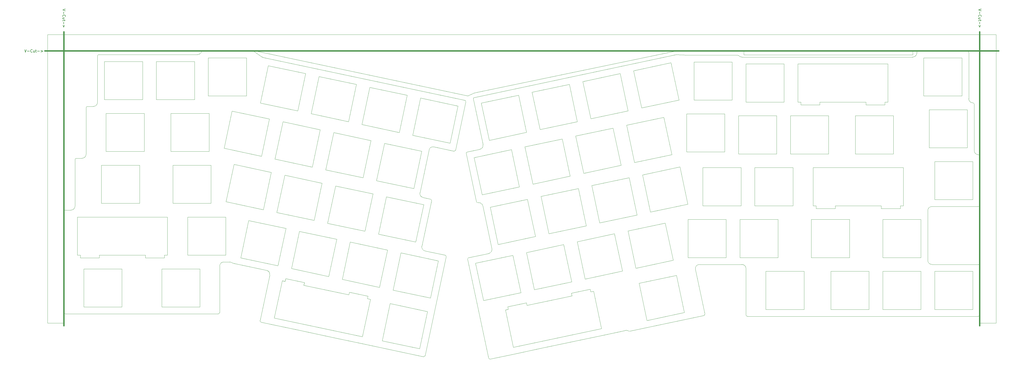
<source format=gbr>
%TF.GenerationSoftware,KiCad,Pcbnew,(6.0.9)*%
%TF.CreationDate,2023-01-07T05:20:20+09:00*%
%TF.ProjectId,Skeleton68rev2_SwitchPlate,536b656c-6574-46f6-9e36-38726576325f,rev?*%
%TF.SameCoordinates,Original*%
%TF.FileFunction,Profile,NP*%
%FSLAX46Y46*%
G04 Gerber Fmt 4.6, Leading zero omitted, Abs format (unit mm)*
G04 Created by KiCad (PCBNEW (6.0.9)) date 2023-01-07 05:20:20*
%MOMM*%
%LPD*%
G01*
G04 APERTURE LIST*
%TA.AperFunction,Profile*%
%ADD10C,0.100000*%
%TD*%
%TA.AperFunction,Profile*%
%ADD11C,0.500000*%
%TD*%
%ADD12C,0.150000*%
G04 APERTURE END LIST*
D10*
X-218934446Y74820308D02*
X-216524446Y75896737D01*
X-142495542Y89964890D02*
X-216480057Y74238996D01*
X-53674446Y91306737D02*
X-55674446Y91306737D01*
X-117674446Y89906737D02*
X-117674446Y91306737D01*
X-55674447Y89906737D02*
X-117674446Y89906737D01*
X-55674446Y91306737D02*
X-55674447Y89906737D01*
X-297752680Y91306737D02*
X-296752680Y91306737D01*
X-216524446Y75896737D02*
X-142533566Y91310308D01*
X-296752680Y91306737D02*
X-218923566Y74820308D01*
D11*
X-367069948Y-9681028D02*
X-367069948Y98318972D01*
D10*
X-180701603Y1360178D02*
X-180909515Y2338325D01*
X-255522212Y1257302D02*
X-255730123Y279154D01*
X-286758286Y65300883D02*
X-273064904Y62390265D01*
X-329113698Y30317255D02*
X-329113698Y16317255D01*
X-50165748Y14379717D02*
G75*
G03*
X-48665748Y12879717I1500001J1D01*
G01*
X-25115748Y-8681028D02*
X-25115748Y97306737D01*
X-119598162Y67504447D02*
X-105598862Y67504447D01*
X-329113698Y16317255D02*
X-330200698Y16317255D01*
X-95553598Y10354447D02*
X-95553598Y-3645013D01*
X-138127898Y15404987D02*
X-138127898Y29404447D01*
X-286060576Y45676992D02*
X-272367194Y42766374D01*
X-180829318Y6496127D02*
X-194522700Y3585509D01*
X-91117308Y34454717D02*
X-92204308Y34454717D01*
X-60241308Y33454717D02*
X-67241308Y33454717D01*
X-192366498Y-18013451D02*
X-178672446Y-15102690D01*
X-139477259Y-4799137D02*
X-153170641Y-7709756D01*
X-285931409Y6698636D02*
X-285723497Y7676783D01*
X-305391998Y69261601D02*
X-291698616Y66350982D01*
X-294302122Y89074322D02*
G75*
G03*
X-293773023Y88849186I840575J1241168D01*
G01*
X-241153619Y75082900D02*
X-244064270Y61389362D01*
X-49649096Y69731467D02*
X-35649796Y69731467D01*
X-305328226Y13458541D02*
G75*
G03*
X-306271505Y13792255I-943264J-1166241D01*
G01*
X-132312707Y-5857950D02*
G75*
G03*
X-131927589Y-5264921I-103954J489072D01*
G01*
X-319174685Y73467525D02*
X-333173985Y73467525D01*
X-175888988Y7546227D02*
X-178799639Y21239765D01*
X-210710925Y33932400D02*
X-197017543Y36843018D01*
X-169880560Y-10652507D02*
X-202208338Y-17523988D01*
X-327822497Y68416985D02*
X-313823197Y68416985D01*
X-85740398Y10354447D02*
X-71741098Y10354447D01*
X-121948916Y87295038D02*
X-121948916Y73295578D01*
X-154809789Y45814553D02*
X-141116408Y48725171D01*
X-354749335Y78642255D02*
X-354749335Y84642255D01*
X-66690398Y29404447D02*
X-52691098Y29404447D01*
X-238708132Y40775291D02*
X-252401514Y43685909D01*
X-257757652Y64299980D02*
X-254847000Y77993518D01*
X-105078598Y29404447D02*
X-105078598Y15404987D01*
X-184260234Y59030256D02*
X-181349582Y45336718D01*
X-219628663Y72578145D02*
G75*
G03*
X-220013782Y73171175I-488889J104076D01*
G01*
X-337200698Y16317255D02*
X-354076698Y16317255D01*
X-153170641Y-7709756D02*
X-156081292Y5983783D01*
X-318028182Y89992255D02*
G75*
G03*
X-316619047Y90978117I18J1499974D01*
G01*
X-118685908Y34454987D02*
X-132685208Y34454987D01*
X-178672375Y-15103024D02*
X-169355488Y-13122812D01*
X-354249335Y89992255D02*
G75*
G03*
X-354749335Y89492255I-26J-499974D01*
G01*
X-144082159Y53258154D02*
X-157775540Y50347536D01*
X-204055855Y-3603922D02*
X-204263767Y-2625774D01*
X-345782798Y11266985D02*
X-345782798Y-2732475D01*
X-109552898Y-3645013D02*
X-109552898Y10354447D01*
X-300124685Y88781467D02*
X-300124685Y74782007D01*
X-356249335Y70942255D02*
X-358422847Y70942255D01*
X-52691098Y-3645013D02*
X-66690398Y-3645013D01*
X-138205756Y35031633D02*
X-151899138Y32121015D01*
X-176706509Y80111439D02*
X-163013127Y83022057D01*
X-288971227Y31983453D02*
X-286060576Y45676992D01*
X-165106258Y24150383D02*
X-162195606Y10456845D01*
X-354749335Y89492255D02*
X-354749335Y84642255D01*
X-71741098Y-3645013D02*
X-85740398Y-3645013D01*
X-35649796Y69731467D02*
X-35649796Y55732007D01*
X-271035225Y47646627D02*
X-268124574Y61340165D01*
X-244064270Y61389362D02*
X-257757652Y64299980D01*
X-64798573Y89079715D02*
X-74323573Y89079864D01*
X-33124446Y54706737D02*
X-33124446Y71756737D01*
X-337635697Y68416985D02*
X-337635697Y54417525D01*
X-351634997Y68416985D02*
X-337635697Y68416985D01*
X-351634997Y54417525D02*
X-351634997Y68416985D01*
X-235099770Y34844938D02*
X-238010422Y21151400D01*
X-313823197Y54417525D02*
X-327822497Y54417525D01*
X-223381471Y54922581D02*
X-219628664Y72578145D01*
X-192429569Y62457183D02*
X-195340221Y76150721D01*
X-55674446Y89079717D02*
G75*
G03*
X-54174446Y90579717I-1J1500001D01*
G01*
X-197369899Y61407083D02*
X-211063281Y58496465D01*
X-64798566Y72554717D02*
X-65885566Y72554717D01*
X-194106892Y23149480D02*
X-207800273Y20238862D01*
X-219478569Y53614884D02*
X-215725763Y35959320D01*
X-31615748Y12879717D02*
X-48665748Y12879717D01*
X-105598862Y67504447D02*
X-105598862Y53504987D01*
X-62736362Y67504447D02*
X-62736362Y53504987D01*
X-178736187Y65367801D02*
X-192429569Y62457183D01*
X-138503374Y89821494D02*
X-142371706Y89975421D01*
X-258102727Y-16111214D02*
X-258102625Y-16110733D01*
X-138127898Y29404447D02*
X-124128598Y29404447D01*
X-97848566Y86554717D02*
X-64798566Y86554717D01*
X-89761566Y71554717D02*
X-96761566Y71554717D01*
X-92204308Y34454717D02*
X-92204308Y48454717D01*
X-201683354Y-19993808D02*
X-192366467Y-18013595D01*
X-293911557Y33033553D02*
X-307604939Y35944171D01*
X-358422847Y70942255D02*
G75*
G03*
X-358922847Y70442255I1J-500001D01*
G01*
X-35124446Y90806737D02*
X-35124446Y83456737D01*
X-62736362Y53504987D02*
X-76735662Y53504987D01*
X-364487637Y32842255D02*
G75*
G03*
X-362987637Y34342255I-1J1500001D01*
G01*
X-291580582Y8947304D02*
X-295125477Y-7730113D01*
X-283615089Y11369383D02*
X-280704437Y25062921D01*
X-102898916Y86554447D02*
X-102898916Y72554987D01*
X-33641098Y-3645013D02*
X-47640398Y-3645013D01*
X-116840748Y11379717D02*
G75*
G03*
X-118340748Y12879717I-1500001J-1D01*
G01*
X-268124574Y61340165D02*
X-254431192Y58429547D01*
X-257341844Y44736009D02*
X-271035225Y47646627D01*
X-236451132Y39247376D02*
G75*
G03*
X-235295779Y37468287I1467309J-311811D01*
G01*
X-119077898Y15404987D02*
X-119077898Y29404447D01*
X-254666877Y53154D02*
X-257577641Y-13640912D01*
X-331207098Y-2732475D02*
X-331207098Y11266985D01*
X-307604939Y35944171D02*
X-304694287Y49637709D01*
X-285723497Y7676783D02*
X-278876464Y6221402D01*
X-176409252Y46386818D02*
X-179319903Y60080356D01*
X-354749335Y78642255D02*
X-354749335Y72442255D01*
X-118685908Y48454447D02*
X-118685908Y34454987D01*
X-275975555Y48696727D02*
X-289668937Y51607345D01*
X-33124446Y54706737D02*
G75*
G03*
X-31624446Y53206737I1500001J1D01*
G01*
X-100548162Y67504447D02*
X-86548862Y67504447D01*
X-317207798Y11266985D02*
X-317207798Y-2732475D01*
X-124648862Y68245038D02*
X-124648862Y54245578D01*
X-178383831Y40803736D02*
X-175473180Y27110198D01*
X-138443734Y89820308D02*
X-138503374Y89821494D01*
X-183739970Y20189665D02*
X-180829318Y6496127D01*
X-308419948Y13792255D02*
G75*
G03*
X-309919948Y12292255I36J-1500036D01*
G01*
X-327124787Y49366985D02*
X-313125487Y49366985D01*
X-51649096Y74782007D02*
X-51649096Y88781467D01*
X-313823197Y68416985D02*
X-313823197Y54417525D01*
X-54174446Y90806737D02*
X-54174446Y90579717D01*
X-352223985Y87466985D02*
X-338224685Y87466985D01*
X-235797480Y54468829D02*
X-238708132Y40775291D01*
X-362163683Y30317255D02*
X-329113698Y30317255D01*
X-232208529Y36300901D02*
G75*
G03*
X-232593646Y36893931I-489064J103962D01*
G01*
X-33649796Y36682007D02*
X-47649096Y36682007D01*
X-352223985Y73467525D02*
X-352223985Y87466985D01*
X-254431192Y58429547D02*
X-257341844Y44736009D01*
X-33124446Y71756737D02*
G75*
G03*
X-33624446Y72256737I-500001J-1D01*
G01*
X-267419481Y-14130374D02*
X-267419552Y-14130708D01*
X-138648162Y68245038D02*
X-124648862Y68245038D01*
X-170532850Y28160297D02*
X-173443501Y41853836D01*
X-219093451Y54207913D02*
G75*
G03*
X-219478569Y53614884I103956J-489074D01*
G01*
X-31624446Y34156737D02*
G75*
G03*
X-31124446Y34656737I2J499998D01*
G01*
X-293773023Y88849186D02*
X-220013782Y73171175D01*
X-367069948Y-8681028D02*
X-373069948Y-8681028D01*
X-225430558Y57428644D02*
X-239123940Y60339262D01*
X-66690398Y15404987D02*
X-66690398Y29404447D01*
X-204263767Y-2625774D02*
X-197416734Y-1170392D01*
X-135948216Y87295038D02*
X-121948916Y87295038D01*
X-337200698Y15317255D02*
X-337200698Y16317255D01*
X-102898916Y72554987D02*
X-116898216Y72554987D01*
X-132685208Y34454987D02*
X-132685208Y48454447D01*
X-216587327Y52158921D02*
X-202893945Y55069539D01*
X-160165928Y25200483D02*
X-146472546Y28111101D01*
X-197433351Y17279047D02*
X-183739970Y20189665D01*
X-234565913Y-20602445D02*
X-226852390Y15686831D01*
X-270337515Y28022736D02*
X-267426864Y41716274D01*
X-67241308Y33454717D02*
X-67241308Y34454717D01*
X-194522700Y3585509D02*
X-197433351Y17279047D01*
X-222519907Y71122182D02*
X-225430558Y57428644D01*
X-173795857Y66417900D02*
X-176706509Y80111439D01*
X-116340748Y-6170283D02*
X-31615748Y-6170283D01*
X-33649796Y50681467D02*
X-33649796Y36682007D01*
X-89761566Y72554717D02*
X-89761566Y71554717D01*
X-218573187Y15367321D02*
G75*
G03*
X-218958305Y14774293I103954J-489072D01*
G01*
X-197017543Y36843018D02*
X-194106892Y23149480D01*
X-317207798Y-2732475D02*
X-331207098Y-2732475D01*
X-189166562Y24199580D02*
X-192077213Y37893118D01*
X-227237508Y16279860D02*
X-234598068Y17844396D01*
X-262577157Y1734536D02*
X-262369245Y2712684D01*
X-361076698Y16317255D02*
X-362163683Y16317255D01*
X-116840748Y11379717D02*
X-116840748Y-5670283D01*
X-197208822Y-2148540D02*
X-180701603Y1360178D01*
X-361076698Y15317255D02*
X-361076698Y16317255D01*
X-262697982Y65350079D02*
X-276391364Y68260698D01*
X-238010422Y21151400D02*
X-251703803Y24062018D01*
X-367069948Y-4757745D02*
X-367069948Y-8681028D01*
X-35649796Y55732007D02*
X-49649096Y55732007D01*
X-169355590Y-13122331D02*
X-161068960Y-11360953D01*
X-273480712Y81954236D02*
X-259787330Y79043618D01*
X-86548862Y67504447D02*
X-86548862Y53504987D01*
X-305328226Y13458541D02*
G75*
G03*
X-305117755Y13358230I314599J389129D01*
G01*
X-156839468Y31070915D02*
X-170532850Y28160297D01*
X-113635208Y34454987D02*
X-113635208Y48454447D01*
X-362487637Y51892255D02*
G75*
G03*
X-362987637Y51392255I1J-500001D01*
G01*
X-213973932Y72190003D02*
X-200280551Y75100621D01*
X-179319903Y60080356D02*
X-165626522Y62990974D01*
X-97848558Y89079717D02*
X-118369896Y89079717D01*
X-339319237Y35367525D02*
X-353318537Y35367525D01*
X-239123940Y60339262D02*
X-236213289Y74032800D01*
X-78884848Y29404447D02*
X-78884848Y15404987D01*
X-52691098Y29404447D02*
X-52691098Y15404987D01*
X-78884848Y15404987D02*
X-92884148Y15404987D01*
X-294609267Y52657444D02*
X-308302649Y55568062D01*
X-254847000Y77993518D02*
X-241153619Y75082900D01*
X-205119102Y-3829922D02*
X-204055855Y-3603922D01*
X-146992810Y66951692D02*
X-144082159Y53258154D01*
X-159551802Y-11647799D02*
X-132312707Y-5857951D01*
X-251287995Y4498047D02*
X-264981377Y7408665D01*
X-354076698Y16317255D02*
X-354076698Y15317255D01*
X-121948916Y73295578D02*
X-135948216Y73295578D01*
X-216067063Y13318329D02*
X-202373681Y16228948D01*
X-157255276Y11506944D02*
X-160165928Y25200483D01*
X-200280551Y75100621D02*
X-197369899Y61407083D01*
X-65885566Y72554717D02*
X-65885566Y71554717D01*
X-278421042Y83004335D02*
X-281331694Y69310797D01*
X-302248801Y15330101D02*
X-299338149Y29023639D01*
X-31115748Y12379717D02*
X-31124446Y34656737D01*
X-173854570Y2815560D02*
X-172791324Y3041560D01*
X-48665748Y34156737D02*
X-31624446Y34156737D01*
X-96761566Y71554717D02*
X-96761566Y72554717D01*
X-248793152Y37755556D02*
X-235099770Y34844938D01*
X-233704350Y-4402844D02*
X-236615001Y-18096383D01*
X-338224685Y87466985D02*
X-338224685Y73467525D01*
X-59154308Y48454717D02*
X-59154308Y34454717D01*
X-119535148Y89635160D02*
G75*
G03*
X-119923566Y89820308I-388418J-314852D01*
G01*
X-197953615Y56119638D02*
X-184260234Y59030256D01*
X-35624446Y91306737D02*
X-31124446Y91306737D01*
X-308419948Y13792255D02*
X-306271505Y13792255D01*
X-181646839Y79061339D02*
X-178736187Y65367801D01*
X-142371706Y89975421D02*
G75*
G03*
X-142495542Y89964890I-19877J-499629D01*
G01*
X-35124446Y73756737D02*
X-35124446Y83456737D01*
X-295125477Y-7730113D02*
G75*
G03*
X-294740359Y-8323142I489053J-103969D01*
G01*
X-229743632Y14230867D02*
X-232654283Y537329D01*
X-124648862Y54245578D02*
X-138648162Y54245578D01*
X-160102476Y69328518D02*
X-173795857Y66417900D01*
X-289905419Y-6769431D02*
X-286994655Y6924636D01*
X-33641098Y10354447D02*
X-33641098Y-3645013D01*
X-35124446Y90806737D02*
G75*
G03*
X-35624446Y91306737I-500001J-1D01*
G01*
X-138648162Y54245578D02*
X-138648162Y68245038D01*
X-199463030Y2535409D02*
X-213156412Y-375209D01*
X-291698616Y66350982D02*
X-294609267Y52657444D01*
X-195340221Y76150721D02*
X-181646839Y79061339D01*
X-85740398Y-3645013D02*
X-85740398Y10354447D01*
X-158072797Y84072156D02*
X-144379415Y86982774D01*
X-202208338Y-17523988D02*
X-205119102Y-3829922D01*
X-119077898Y29404447D02*
X-105078598Y29404447D01*
X-88323558Y89079717D02*
X-88323558Y89080058D01*
X-133932005Y12879717D02*
G75*
G03*
X-135399226Y11067849I0J-1500000D01*
G01*
X-314123985Y74782007D02*
X-314123985Y88781467D01*
X-47640398Y10354447D02*
X-33641098Y10354447D01*
X-215725763Y35959320D02*
G75*
G03*
X-215142909Y35572149I489073J103954D01*
G01*
X-295025075Y72221415D02*
X-292114424Y85914954D01*
X-159931091Y-11576088D02*
G75*
G03*
X-161068960Y-11360953I-826003J-1252092D01*
G01*
X-207800273Y20238862D02*
X-210710925Y33932400D01*
X-47640398Y-3645013D02*
X-47640398Y10354447D01*
X-131927589Y-5264921D02*
X-135399226Y11067849D01*
X-353318537Y35367525D02*
X-353318537Y49366985D01*
X-92884148Y29404447D02*
X-78884848Y29404447D01*
X-211212627Y16931858D02*
X-218573187Y15367322D01*
X-31115748Y12379717D02*
G75*
G03*
X-31615748Y12879717I-500001J-1D01*
G01*
X-345782798Y-2732475D02*
X-359782098Y-2732475D01*
X-180909515Y2338325D02*
X-174062482Y3793707D01*
X-308302649Y55568062D02*
X-305391998Y69261601D01*
X-175473180Y27110198D02*
X-189166562Y24199580D01*
X-285644767Y26113021D02*
X-288555419Y12419482D01*
X-31124446Y52706737D02*
G75*
G03*
X-31624446Y53206737I-500001J-1D01*
G01*
X-64798566Y86554717D02*
X-64798566Y72554717D01*
X-95553598Y-3645013D02*
X-109552898Y-3645013D01*
X-353318537Y49366985D02*
X-339319237Y49366985D01*
X-31124446Y52706737D02*
X-31124446Y91306737D01*
X-162195606Y10456845D02*
X-175888988Y7546227D01*
X-272367194Y42766374D02*
X-275277845Y29072835D01*
X-31615748Y-6170283D02*
G75*
G03*
X-31115748Y-5681028I7J500111D01*
G01*
X-297472357Y91220765D02*
G75*
G03*
X-297752680Y91306737I-280336J-414072D01*
G01*
X-305117755Y13358230D02*
X-292735936Y10726393D01*
X-269921707Y8458765D02*
X-283615089Y11369383D01*
X-281331694Y69310797D02*
X-295025075Y72221415D01*
X-223974500Y54537463D02*
G75*
G03*
X-223381471Y54922581I103860J489221D01*
G01*
X-214475634Y55189461D02*
G75*
G03*
X-213320280Y56968550I-311869J1467222D01*
G01*
X-256644133Y25112118D02*
X-270337515Y28022736D01*
X-162715870Y49297436D02*
X-176409252Y46386818D01*
X-262369245Y2712684D02*
X-255522212Y1257302D01*
X-360422847Y51892255D02*
X-362487637Y51892255D01*
X-362163683Y16317255D02*
X-362163683Y30317255D01*
X-181349582Y45336718D02*
X-195042964Y42426100D01*
X-257577641Y-13640912D02*
X-289905419Y-6769431D01*
X-304694287Y49637709D02*
X-291000906Y46727091D01*
X-333173985Y73467525D02*
X-333173985Y87466985D01*
X-202373681Y16228948D02*
X-199463030Y2535409D01*
X-216480057Y74238995D02*
G75*
G03*
X-216865175Y73645966I103954J-489072D01*
G01*
X-211063281Y58496465D02*
X-213973932Y72190003D01*
X-310419948Y-5257745D02*
G75*
G03*
X-309919948Y-4757745I35J499965D01*
G01*
X-141116408Y48725171D02*
X-138205756Y35031633D01*
X-354076698Y15317255D02*
X-361076698Y15317255D01*
X-173443501Y41853836D02*
X-159750120Y44764454D01*
X-216865175Y73645966D02*
X-213320280Y56968550D01*
X-60241308Y34454717D02*
X-60241308Y33454717D01*
X-218958305Y14774293D02*
X-211244782Y-21514983D01*
X-330200698Y15317255D02*
X-337200698Y15317255D01*
X-232593646Y36893931D02*
X-235295779Y37468287D01*
X-48665748Y34156737D02*
G75*
G03*
X-50165748Y32656737I1J-1500001D01*
G01*
X-192077213Y37893118D02*
X-178383831Y40803736D01*
X-275277845Y29072835D02*
X-288971227Y31983453D01*
X-72885566Y72554717D02*
X-89761566Y72554717D01*
X-213676676Y38465382D02*
X-216587327Y52158921D01*
X-253733482Y38805656D02*
X-256644133Y25112118D01*
X-248377344Y18191585D02*
X-251287995Y4498047D01*
X-262070726Y21102203D02*
X-248377344Y18191585D01*
X-358922847Y70442255D02*
X-358922847Y53392255D01*
X-289668937Y51607345D02*
X-286758286Y65300883D01*
X-113635208Y48454447D02*
X-99635908Y48454447D01*
X-71741098Y10354447D02*
X-71741098Y-3645013D01*
X-202893945Y55069539D02*
X-199983294Y41376001D01*
X-337635697Y54417525D02*
X-351634997Y54417525D01*
X-211212627Y16931858D02*
G75*
G03*
X-210057273Y18710947I-311866J1467221D01*
G01*
X-286994655Y6924636D02*
X-285931409Y6698636D01*
X-199983294Y41376001D02*
X-213676676Y38465382D01*
X-52691098Y10354447D02*
X-52691098Y-3645013D01*
X-174062482Y3793707D02*
X-173854570Y2815560D01*
X-144379415Y86982774D02*
X-141468764Y73289236D01*
X-367069948Y91306737D02*
X-367069948Y32342255D01*
X-252401514Y43685909D02*
X-249490862Y57379447D01*
X-124128598Y29404447D02*
X-124128598Y15404987D01*
X-321682098Y16317525D02*
X-321682098Y30316985D01*
X-294302122Y89074322D02*
X-297472357Y91220765D01*
X-356249335Y70942255D02*
G75*
G03*
X-354749335Y72442255I1J1499999D01*
G01*
X-55674446Y89079717D02*
X-64798573Y89079715D01*
X-92884148Y15404987D02*
X-92884148Y29404447D01*
X-366569948Y32842255D02*
G75*
G03*
X-367069948Y32342255I1J-500001D01*
G01*
X-247397731Y-1492226D02*
X-233704350Y-4402844D01*
X-151899138Y32121015D02*
X-154809789Y45814553D01*
X-280704437Y25062921D02*
X-267011056Y22152303D01*
X-249490862Y57379447D02*
X-235797480Y54468829D01*
X-327822497Y54417525D02*
X-327822497Y68416985D01*
X-172791324Y3041560D02*
X-169880560Y-10652507D01*
X-232654283Y537329D02*
X-246347665Y3447947D01*
X-124128598Y15404987D02*
X-138127898Y15404987D01*
X-313125487Y35367525D02*
X-327124787Y35367525D01*
X-84117308Y34454717D02*
X-84117308Y33454717D01*
X-338224685Y73467525D02*
X-352223985Y73467525D01*
X-321682098Y30316985D02*
X-307682798Y30316985D01*
X-37649796Y88781467D02*
X-37649796Y74782007D01*
X-119535148Y89635160D02*
G75*
G03*
X-118369896Y89079717I1165250J944553D01*
G01*
X-210651752Y-21900101D02*
X-201683354Y-19993808D01*
X-309919948Y-4757745D02*
X-309919948Y12292255D01*
X-91117308Y33454717D02*
X-91117308Y34454717D01*
X-160686192Y64041074D02*
X-146992810Y66951692D01*
X-142533566Y91310308D02*
X-117674446Y91306737D01*
X-119598162Y53504987D02*
X-119598162Y67504447D01*
X-88323558Y89080058D02*
X-97848558Y89080209D01*
X-146472546Y28111101D02*
X-143561895Y14417563D01*
X-339319237Y49366985D02*
X-339319237Y35367525D01*
X-159931091Y-11576088D02*
G75*
G03*
X-159551802Y-11647799I275334J417366D01*
G01*
X-251703803Y24062018D02*
X-248793152Y37755556D01*
X-116898216Y72554987D02*
X-116898216Y86554447D01*
X-327124787Y35367525D02*
X-327124787Y49366985D01*
X-65885566Y71554717D02*
X-72885566Y71554717D01*
X-135948216Y73295578D02*
X-135948216Y87295038D01*
X-314123985Y88781467D02*
X-300124685Y88781467D01*
X-359782098Y11266985D02*
X-345782798Y11266985D01*
X-141468764Y73289236D02*
X-155162146Y70378618D01*
X-97848558Y89080209D02*
X-97848558Y89079717D01*
X-116898216Y86554447D02*
X-102898916Y86554447D01*
X-267419552Y-14130708D02*
X-258102727Y-16111214D01*
X-366569948Y-5257745D02*
X-310419948Y-5257745D01*
X-165626522Y62990974D02*
X-162715870Y49297436D01*
X-290430388Y-9239253D02*
X-281113563Y-11219758D01*
X-281113563Y-11219758D02*
X-281113533Y-11219614D01*
X-330200698Y16317255D02*
X-330200698Y15317255D01*
X-143561895Y14417563D02*
X-157255276Y11506944D01*
X-236451132Y39247376D02*
X-233114150Y54946645D01*
X-74323573Y89079717D02*
X-88323558Y89079717D01*
X-76735662Y53504987D02*
X-76735662Y67504447D01*
X-157775540Y50347536D02*
X-160686192Y64041074D01*
X-142387910Y8894401D02*
X-139477259Y-4799137D01*
X-195042964Y42426100D02*
X-197953615Y56119638D01*
X-31115748Y-8681028D02*
X-25115748Y-8681028D01*
X-99635908Y48454447D02*
X-99635908Y34454987D01*
X-159750120Y44764454D02*
X-156839468Y31070915D01*
X-364487637Y32842255D02*
X-366569948Y32842255D01*
X-226852391Y15686831D02*
G75*
G03*
X-227237508Y16279860I-489095J103941D01*
G01*
X-169355488Y-13122812D02*
X-169355590Y-13122331D01*
X-243437014Y17141486D02*
X-229743632Y14230867D01*
X-156081292Y5983783D02*
X-142387910Y8894401D01*
X-35124446Y73756737D02*
G75*
G03*
X-33624446Y72256737I1500001J1D01*
G01*
X-259787330Y79043618D02*
X-262697982Y65350079D01*
X-119923566Y89820308D02*
X-138443734Y89820308D01*
X-49649096Y55732007D02*
X-49649096Y69731467D01*
X-37649796Y74782007D02*
X-51649096Y74782007D01*
X-211244781Y-21514983D02*
G75*
G03*
X-210651752Y-21900101I489072J103954D01*
G01*
X-279084376Y5243254D02*
X-262577157Y1734536D01*
X-96761566Y72554717D02*
X-97848566Y72554717D01*
X-105078598Y15404987D02*
X-119077898Y15404987D01*
X-231335061Y56101999D02*
X-223974500Y54537463D01*
X-109552898Y10354447D02*
X-95553598Y10354447D01*
X-214475634Y55189461D02*
X-219093451Y54207913D01*
X-299338149Y29023639D02*
X-285644767Y26113021D01*
X-92204308Y48454717D02*
X-59154308Y48454717D01*
X-246347665Y3447947D02*
X-243437014Y17141486D01*
X-50165748Y14379717D02*
X-50165748Y32656737D01*
X-362987637Y51392255D02*
X-362987637Y34342255D01*
X-288555419Y12419482D02*
X-302248801Y15330101D01*
X-116840748Y-5670283D02*
G75*
G03*
X-116340748Y-6170283I500001J1D01*
G01*
X-178672446Y-15102690D02*
X-178672375Y-15103024D01*
X-213394345Y34410637D02*
G75*
G03*
X-215142909Y35572149I-1467220J-311865D01*
G01*
X-197416734Y-1170392D02*
X-197208822Y-2148540D01*
X-213394345Y34410637D02*
X-210057273Y18710947D01*
X-316149335Y91306737D02*
X-367069948Y91306737D01*
X-72885566Y71554717D02*
X-72885566Y72554717D01*
X-66690398Y10354447D02*
X-52691098Y10354447D01*
X-236615001Y-18096383D02*
X-250308383Y-15185764D01*
X-67241308Y34454717D02*
X-84117308Y34454717D01*
X-291000906Y46727091D02*
X-293911557Y33033553D01*
X-178799639Y21239765D02*
X-165106258Y24150383D01*
X-313125487Y49366985D02*
X-313125487Y35367525D01*
X-133932005Y12879717D02*
X-118340748Y12879717D01*
X-250308383Y-15185764D02*
X-247397731Y-1492226D01*
X-360422847Y51892255D02*
G75*
G03*
X-358922847Y53392255I1J1499999D01*
G01*
X-307682798Y30316985D02*
X-307682798Y16317525D01*
X-316149335Y91306737D02*
G75*
G03*
X-316619047Y90978117I-106J-499849D01*
G01*
X-97848566Y72554717D02*
X-97848566Y86554717D01*
X-291580581Y8947304D02*
G75*
G03*
X-292735936Y10726393I-1467192J311887D01*
G01*
X-319174685Y87466985D02*
X-319174685Y73467525D01*
X-236213289Y74032800D02*
X-222519907Y71122182D01*
X-273064904Y62390265D02*
X-275975555Y48696727D01*
X-51649096Y88781467D02*
X-37649796Y88781467D01*
X-258102625Y-16110733D02*
X-235158943Y-20987563D01*
X-74323573Y89079864D02*
X-74323573Y89079717D01*
X-86548862Y53504987D02*
X-100548162Y53504987D01*
X-331207098Y11266985D02*
X-317207798Y11266985D01*
X-307682798Y16317525D02*
X-321682098Y16317525D01*
X-66690398Y-3645013D02*
X-66690398Y10354447D01*
X-84117308Y33454717D02*
X-91117308Y33454717D01*
X-367069948Y-4757745D02*
G75*
G03*
X-366569948Y-5257745I500001J1D01*
G01*
X-255730123Y279154D02*
X-254666877Y53154D01*
X-359782098Y-2732475D02*
X-359782098Y11266985D01*
X-192366467Y-18013595D02*
X-192366498Y-18013451D01*
X-373069948Y-8681028D02*
X-373069948Y97306737D01*
X-318028182Y89992255D02*
X-354249335Y89992255D01*
X-163013127Y83022057D02*
X-160102476Y69328518D01*
X-373069948Y97306737D02*
X-25115748Y97306737D01*
X-278876464Y6221402D02*
X-279084376Y5243254D01*
X-235753422Y19623485D02*
X-232208528Y36300901D01*
X-231335061Y56101999D02*
G75*
G03*
X-233114150Y54946645I-311866J-1467224D01*
G01*
X-47649096Y36682007D02*
X-47649096Y50681467D01*
X-235158943Y-20987563D02*
G75*
G03*
X-234565913Y-20602445I103914J489139D01*
G01*
X-213156412Y-375209D02*
X-216067063Y13318329D01*
X-47649096Y50681467D02*
X-33649796Y50681467D01*
X-294740359Y-8323142D02*
X-290430388Y-9239253D01*
X-281113533Y-11219614D02*
X-267419481Y-14130374D01*
X-235753421Y19623485D02*
G75*
G03*
X-234598068Y17844396I1467302J-311815D01*
G01*
X-267011056Y22152303D02*
X-269921707Y8458765D01*
X-31115748Y-5681028D02*
X-31115748Y-8681028D01*
X-99635908Y34454987D02*
X-113635208Y34454987D01*
X-52691098Y15404987D02*
X-66690398Y15404987D01*
X-53674446Y91306737D02*
G75*
G03*
X-54174446Y90806737I1J-500001D01*
G01*
X-59154308Y34454717D02*
X-60241308Y34454717D01*
X-333173985Y87466985D02*
X-319174685Y87466985D01*
X-76735662Y67504447D02*
X-62736362Y67504447D01*
X-155162146Y70378618D02*
X-158072797Y84072156D01*
X-100548162Y53504987D02*
X-100548162Y67504447D01*
X-292114424Y85914954D02*
X-278421042Y83004335D01*
X-132685208Y48454447D02*
X-118685908Y48454447D01*
X-105598862Y53504987D02*
X-119598162Y53504987D01*
X-264981377Y7408665D02*
X-262070726Y21102203D01*
X-300124685Y74782007D02*
X-314123985Y74782007D01*
X-267426864Y41716274D02*
X-253733482Y38805656D01*
X-276391364Y68260698D02*
X-273480712Y81954236D01*
D11*
X-31115748Y-9681028D02*
X-31124446Y98318972D01*
X-374069948Y91306737D02*
X-24069948Y91306737D01*
D12*
X-30522328Y106735308D02*
X-31522328Y106401975D01*
X-30522328Y106068641D01*
X-31141376Y105735308D02*
X-31141376Y104973403D01*
X-31427090Y103925784D02*
X-31474709Y103973403D01*
X-31522328Y104116260D01*
X-31522328Y104211498D01*
X-31474709Y104354356D01*
X-31379471Y104449594D01*
X-31284233Y104497213D01*
X-31093757Y104544832D01*
X-30950900Y104544832D01*
X-30760424Y104497213D01*
X-30665186Y104449594D01*
X-30569948Y104354356D01*
X-30522328Y104211498D01*
X-30522328Y104116260D01*
X-30569948Y103973403D01*
X-30617567Y103925784D01*
X-30855662Y103068641D02*
X-31522328Y103068641D01*
X-30855662Y103497213D02*
X-31379471Y103497213D01*
X-31474709Y103449594D01*
X-31522328Y103354356D01*
X-31522328Y103211498D01*
X-31474709Y103116260D01*
X-31427090Y103068641D01*
X-30855662Y102735308D02*
X-30855662Y102354356D01*
X-30522328Y102592451D02*
X-31379471Y102592451D01*
X-31474709Y102544832D01*
X-31522328Y102449594D01*
X-31522328Y102354356D01*
X-31141376Y102021022D02*
X-31141376Y101259117D01*
X-30855662Y100782927D02*
X-31141376Y100021022D01*
X-31427090Y100782927D01*
X-381498519Y91854356D02*
X-381165186Y90854356D01*
X-380831852Y91854356D01*
X-380498519Y91235308D02*
X-379736614Y91235308D01*
X-378688995Y90949594D02*
X-378736614Y90901975D01*
X-378879471Y90854356D01*
X-378974709Y90854356D01*
X-379117567Y90901975D01*
X-379212805Y90997213D01*
X-379260424Y91092451D01*
X-379308043Y91282927D01*
X-379308043Y91425784D01*
X-379260424Y91616260D01*
X-379212805Y91711498D01*
X-379117567Y91806737D01*
X-378974709Y91854356D01*
X-378879471Y91854356D01*
X-378736614Y91806737D01*
X-378688995Y91759117D01*
X-377831852Y91521022D02*
X-377831852Y90854356D01*
X-378260424Y91521022D02*
X-378260424Y90997213D01*
X-378212805Y90901975D01*
X-378117567Y90854356D01*
X-377974709Y90854356D01*
X-377879471Y90901975D01*
X-377831852Y90949594D01*
X-377498519Y91521022D02*
X-377117567Y91521022D01*
X-377355662Y91854356D02*
X-377355662Y90997213D01*
X-377308043Y90901975D01*
X-377212805Y90854356D01*
X-377117567Y90854356D01*
X-376784233Y91235308D02*
X-376022328Y91235308D01*
X-375546138Y91521022D02*
X-374784233Y91235308D01*
X-375546138Y90949594D01*
X-366522328Y106735308D02*
X-367522328Y106401975D01*
X-366522328Y106068641D01*
X-367141376Y105735308D02*
X-367141376Y104973403D01*
X-367427090Y103925784D02*
X-367474709Y103973403D01*
X-367522328Y104116260D01*
X-367522328Y104211498D01*
X-367474709Y104354356D01*
X-367379471Y104449594D01*
X-367284233Y104497213D01*
X-367093757Y104544832D01*
X-366950900Y104544832D01*
X-366760424Y104497213D01*
X-366665186Y104449594D01*
X-366569948Y104354356D01*
X-366522328Y104211498D01*
X-366522328Y104116260D01*
X-366569948Y103973403D01*
X-366617567Y103925784D01*
X-366855662Y103068641D02*
X-367522328Y103068641D01*
X-366855662Y103497213D02*
X-367379471Y103497213D01*
X-367474709Y103449594D01*
X-367522328Y103354356D01*
X-367522328Y103211498D01*
X-367474709Y103116260D01*
X-367427090Y103068641D01*
X-366855662Y102735308D02*
X-366855662Y102354356D01*
X-366522328Y102592451D02*
X-367379471Y102592451D01*
X-367474709Y102544832D01*
X-367522328Y102449594D01*
X-367522328Y102354356D01*
X-367141376Y102021022D02*
X-367141376Y101259117D01*
X-366855662Y100782927D02*
X-367141376Y100021022D01*
X-367427090Y100782927D01*
M02*

</source>
